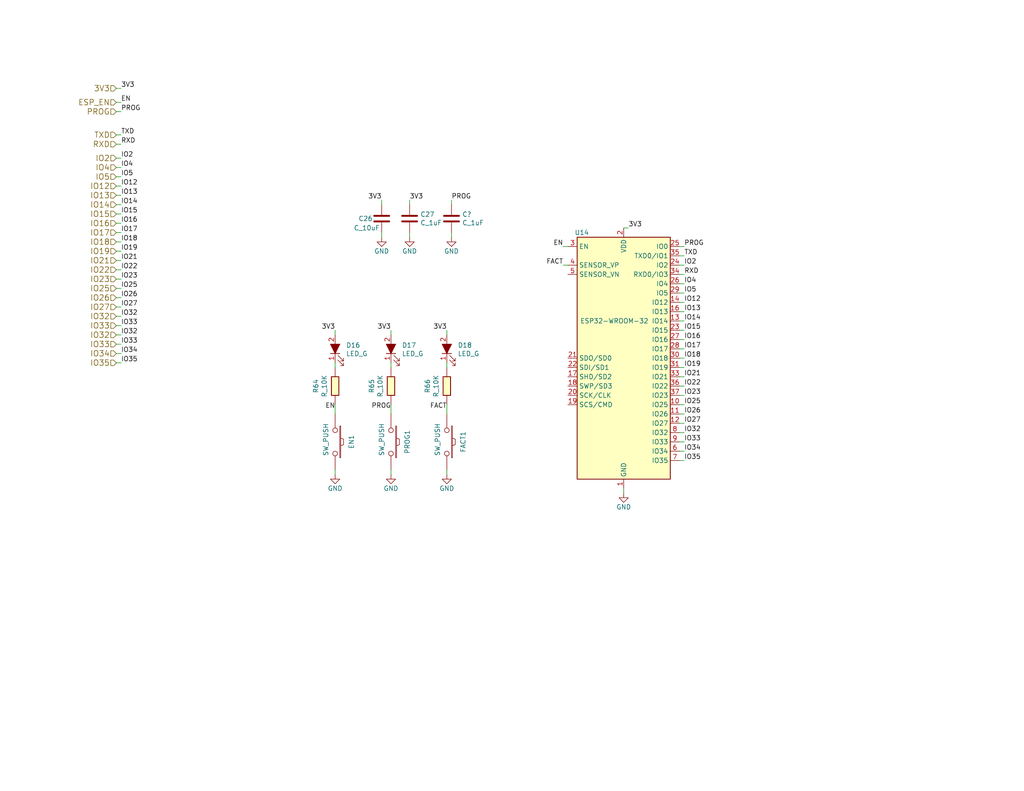
<source format=kicad_sch>
(kicad_sch (version 20211123) (generator eeschema)
  (paper "USLetter")
  (lib_symbols
    (symbol "Open_Automation:C_10uF" (pin_numbers hide) (pin_names (offset 0.254))
      (property "Reference" "C" (at 0.635 2.54 0))
      (property "Value" "Open_Automation_C_10uF" (at 1.27 -2.54 0))
      (symbol "C_10uF_0_1"
        (polyline (pts (xy -2.032 -0.762) (xy 2.032 -0.762)) (stroke (width 0.508)))
        (polyline (pts (xy -2.032 0.762) (xy 2.032 0.762)) (stroke (width 0.508)))
      )
      (symbol "C_10uF_1_1"
        (pin passive line (at 0 3.81 270) (length 2.794) (name "~") (number "1"))
        (pin passive line (at 0 -3.81 90) (length 2.794) (name "~") (number "2"))
      )
    )
    (symbol "Open_Automation:C_1uF" (pin_numbers hide) (pin_names (offset 0.254))
      (property "Reference" "C" (at 0.635 2.54 0))
      (property "Value" "Open_Automation_C_1uF" (at -5.715 -2.54 0))
      (symbol "C_1uF_0_1"
        (polyline (pts (xy -2.032 -0.762) (xy 2.032 -0.762)) (stroke (width 0.508)))
        (polyline (pts (xy -2.032 0.762) (xy 2.032 0.762)) (stroke (width 0.508)))
      )
      (symbol "C_1uF_1_1"
        (pin passive line (at 0 3.81 270) (length 2.794) (name "~") (number "1"))
        (pin passive line (at 0 -3.81 90) (length 2.794) (name "~") (number "2"))
      )
    )
    (symbol "Open_Automation:ESP32-WROOM-32"
      (property "Reference" "U" (at -12.7 34.29 0))
      (property "Value" "Open_Automation_ESP32-WROOM-32" (at 1.27 34.29 0))
      (symbol "ESP32-WROOM-32_0_1"
        (rectangle (start -12.7 33.02) (end 12.7 -33.02) (stroke (width 0.254)) (fill (type background)))
      )
      (symbol "ESP32-WROOM-32_1_1"
        (pin power_in line (at 0 -35.56 90) (length 2.54) (name "GND") (number "1"))
        (pin bidirectional line (at 15.24 -12.7 180) (length 2.54) (name "IO25") (number "10"))
        (pin bidirectional line (at 15.24 -15.24 180) (length 2.54) (name "IO26") (number "11"))
        (pin bidirectional line (at 15.24 -17.78 180) (length 2.54) (name "IO27") (number "12"))
        (pin bidirectional line (at 15.24 10.16 180) (length 2.54) (name "IO14") (number "13"))
        (pin bidirectional line (at 15.24 15.24 180) (length 2.54) (name "IO12") (number "14"))
        (pin passive line (at 0 -35.56 90) (length 2.54) hide (name "GND") (number "15"))
        (pin bidirectional line (at 15.24 12.7 180) (length 2.54) (name "IO13") (number "16"))
        (pin bidirectional line (at -15.24 -5.08 0) (length 2.54) (name "SHD/SD2") (number "17"))
        (pin bidirectional line (at -15.24 -7.62 0) (length 2.54) (name "SWP/SD3") (number "18"))
        (pin bidirectional line (at -15.24 -12.7 0) (length 2.54) (name "SCS/CMD") (number "19"))
        (pin power_in line (at 0 35.56 270) (length 2.54) (name "VDD") (number "2"))
        (pin bidirectional line (at -15.24 -10.16 0) (length 2.54) (name "SCK/CLK") (number "20"))
        (pin bidirectional line (at -15.24 0 0) (length 2.54) (name "SDO/SD0") (number "21"))
        (pin bidirectional line (at -15.24 -2.54 0) (length 2.54) (name "SDI/SD1") (number "22"))
        (pin bidirectional line (at 15.24 7.62 180) (length 2.54) (name "IO15") (number "23"))
        (pin bidirectional line (at 15.24 25.4 180) (length 2.54) (name "IO2") (number "24"))
        (pin bidirectional line (at 15.24 30.48 180) (length 2.54) (name "IO0") (number "25"))
        (pin bidirectional line (at 15.24 20.32 180) (length 2.54) (name "IO4") (number "26"))
        (pin bidirectional line (at 15.24 5.08 180) (length 2.54) (name "IO16") (number "27"))
        (pin bidirectional line (at 15.24 2.54 180) (length 2.54) (name "IO17") (number "28"))
        (pin bidirectional line (at 15.24 17.78 180) (length 2.54) (name "IO5") (number "29"))
        (pin input line (at -15.24 30.48 0) (length 2.54) (name "EN") (number "3"))
        (pin bidirectional line (at 15.24 0 180) (length 2.54) (name "IO18") (number "30"))
        (pin bidirectional line (at 15.24 -2.54 180) (length 2.54) (name "IO19") (number "31"))
        (pin no_connect line (at -12.7 -27.94 0) (length 2.54) hide (name "NC") (number "32"))
        (pin bidirectional line (at 15.24 -5.08 180) (length 2.54) (name "IO21") (number "33"))
        (pin bidirectional line (at 15.24 22.86 180) (length 2.54) (name "RXD0/IO3") (number "34"))
        (pin bidirectional line (at 15.24 27.94 180) (length 2.54) (name "TXD0/IO1") (number "35"))
        (pin bidirectional line (at 15.24 -7.62 180) (length 2.54) (name "IO22") (number "36"))
        (pin bidirectional line (at 15.24 -10.16 180) (length 2.54) (name "IO23") (number "37"))
        (pin passive line (at 0 -35.56 90) (length 2.54) hide (name "GND") (number "38"))
        (pin passive line (at 0 -35.56 90) (length 2.54) hide (name "GND") (number "39"))
        (pin input line (at -15.24 25.4 0) (length 2.54) (name "SENSOR_VP") (number "4"))
        (pin input line (at -15.24 22.86 0) (length 2.54) (name "SENSOR_VN") (number "5"))
        (pin input line (at 15.24 -25.4 180) (length 2.54) (name "IO34") (number "6"))
        (pin input line (at 15.24 -27.94 180) (length 2.54) (name "IO35") (number "7"))
        (pin bidirectional line (at 15.24 -20.32 180) (length 2.54) (name "IO32") (number "8"))
        (pin bidirectional line (at 15.24 -22.86 180) (length 2.54) (name "IO33") (number "9"))
      )
    )
    (symbol "Open_Automation:LED_G" (pin_names (offset 1.016) hide)
      (property "Reference" "D" (at 0 2.54 0))
      (property "Value" "Open_Automation_LED_G" (at 0 -2.54 0))
      (symbol "LED_G_0_1"
        (polyline (pts (xy -1.27 -1.27) (xy -1.27 1.27)) (stroke (width 0.2032)))
        (polyline (pts (xy 1.27 -1.27) (xy 1.27 1.27) (xy -1.27 0) (xy 1.27 -1.27)) (stroke (width 0.2032)) (fill (type outline)))
        (polyline (pts (xy -3.048 -0.762) (xy -4.572 -2.286) (xy -3.81 -2.286) (xy -4.572 -2.286) (xy -4.572 -1.524)))
        (polyline (pts (xy -1.778 -0.762) (xy -3.302 -2.286) (xy -2.54 -2.286) (xy -3.302 -2.286) (xy -3.302 -1.524)))
      )
      (symbol "LED_G_1_1"
        (pin passive line (at -3.81 0 0) (length 2.54) (name "K") (number "1"))
        (pin passive line (at 3.81 0 180) (length 2.54) (name "A") (number "2"))
      )
    )
    (symbol "Open_Automation:R_10K" (pin_numbers hide) (pin_names (offset 0))
      (property "Reference" "R" (at 0 0 90))
      (property "Value" "Open_Automation_R_10K" (at -1.905 0 90))
      (symbol "R_10K_0_1"
        (rectangle (start -1.016 -2.54) (end 1.016 2.54) (stroke (width 0.254)) (fill (type background)))
      )
      (symbol "R_10K_1_1"
        (pin passive line (at 0 -5.08 90) (length 2.54) (name "~") (number "1"))
        (pin passive line (at 0 5.08 270) (length 2.54) (name "~") (number "2"))
      )
    )
    (symbol "Open_Automation:SW_PUSH" (pin_numbers hide) (pin_names (offset 1.016) hide)
      (property "Reference" "SW" (at 3.81 2.794 0))
      (symbol "SW_PUSH_0_1"
        (rectangle (start -4.318 1.27) (end 4.318 1.524))
        (polyline (pts (xy -1.016 1.524) (xy -0.762 2.286) (xy 0.762 2.286) (xy 1.016 1.524)))
        (pin passive inverted (at -7.62 0 0) (length 5.08) (name "1") (number "1"))
        (pin passive inverted (at 7.62 0 180) (length 5.08) (name "2") (number "2"))
      )
    )
    (symbol "power:GND" (power) (pin_names (offset 0))
      (property "Value" "power_GND" (at 0 -3.81 0))
      (symbol "GND_0_1"
        (polyline (pts (xy 0 0) (xy 0 -1.27) (xy 1.27 -1.27) (xy 0 -2.54) (xy -1.27 -1.27) (xy 0 -1.27)))
      )
      (symbol "GND_1_1"
        (pin power_in line (at 0 0 270) (length 0) hide (name "GND") (number "1"))
      )
    )
  )
  (wire (pts (xy 33.02 43.18) (xy 31.75 43.18)))
  (wire (pts (xy 33.02 88.9) (xy 31.75 88.9)))
  (wire (pts (xy 106.68 110.49) (xy 106.68 113.03)))
  (wire (pts (xy 186.69 125.73) (xy 185.42 125.73)))
  (wire (pts (xy 185.42 95.25) (xy 186.69 95.25)))
  (wire (pts (xy 185.42 118.11) (xy 186.69 118.11)))
  (wire (pts (xy 91.44 100.33) (xy 91.44 99.06)))
  (wire (pts (xy 186.69 92.71) (xy 185.42 92.71)))
  (wire (pts (xy 106.68 90.17) (xy 106.68 91.44)))
  (wire (pts (xy 153.67 67.31) (xy 154.94 67.31)))
  (wire (pts (xy 186.69 113.03) (xy 185.42 113.03)))
  (wire (pts (xy 186.69 110.49) (xy 185.42 110.49)))
  (wire (pts (xy 171.45 62.23) (xy 170.18 62.23)))
  (wire (pts (xy 186.69 74.93) (xy 185.42 74.93)))
  (wire (pts (xy 33.02 60.96) (xy 31.75 60.96)))
  (wire (pts (xy 91.44 110.49) (xy 91.44 113.03)))
  (wire (pts (xy 33.02 48.26) (xy 31.75 48.26)))
  (wire (pts (xy 33.02 66.04) (xy 31.75 66.04)))
  (wire (pts (xy 33.02 50.8) (xy 31.75 50.8)))
  (wire (pts (xy 185.42 90.17) (xy 186.69 90.17)))
  (wire (pts (xy 123.19 63.5) (xy 123.19 64.77)))
  (wire (pts (xy 185.42 123.19) (xy 186.69 123.19)))
  (wire (pts (xy 186.69 82.55) (xy 185.42 82.55)))
  (wire (pts (xy 33.02 91.44) (xy 31.75 91.44)))
  (wire (pts (xy 33.02 58.42) (xy 31.75 58.42)))
  (wire (pts (xy 106.68 99.06) (xy 106.68 100.33)))
  (wire (pts (xy 186.69 97.79) (xy 185.42 97.79)))
  (wire (pts (xy 33.02 96.52) (xy 31.75 96.52)))
  (wire (pts (xy 33.02 73.66) (xy 31.75 73.66)))
  (wire (pts (xy 185.42 69.85) (xy 186.69 69.85)))
  (wire (pts (xy 186.69 85.09) (xy 185.42 85.09)))
  (wire (pts (xy 186.69 72.39) (xy 185.42 72.39)))
  (wire (pts (xy 121.92 110.49) (xy 121.92 113.03)))
  (wire (pts (xy 33.02 39.37) (xy 31.75 39.37)))
  (wire (pts (xy 153.67 72.39) (xy 154.94 72.39)))
  (wire (pts (xy 33.02 78.74) (xy 31.75 78.74)))
  (wire (pts (xy 104.14 64.77) (xy 104.14 63.5)))
  (wire (pts (xy 186.69 105.41) (xy 185.42 105.41)))
  (wire (pts (xy 186.69 77.47) (xy 185.42 77.47)))
  (wire (pts (xy 186.69 67.31) (xy 185.42 67.31)))
  (wire (pts (xy 33.02 93.98) (xy 31.75 93.98)))
  (wire (pts (xy 121.92 99.06) (xy 121.92 100.33)))
  (wire (pts (xy 186.69 87.63) (xy 185.42 87.63)))
  (wire (pts (xy 33.02 63.5) (xy 31.75 63.5)))
  (wire (pts (xy 121.92 129.54) (xy 121.92 128.27)))
  (wire (pts (xy 33.02 71.12) (xy 31.75 71.12)))
  (wire (pts (xy 104.14 55.88) (xy 104.14 54.61)))
  (wire (pts (xy 33.02 68.58) (xy 31.75 68.58)))
  (wire (pts (xy 121.92 90.17) (xy 121.92 91.44)))
  (wire (pts (xy 170.18 133.35) (xy 170.18 134.62)))
  (wire (pts (xy 33.02 27.94) (xy 31.75 27.94)))
  (wire (pts (xy 186.69 107.95) (xy 185.42 107.95)))
  (wire (pts (xy 186.69 115.57) (xy 185.42 115.57)))
  (wire (pts (xy 33.02 36.83) (xy 31.75 36.83)))
  (wire (pts (xy 33.02 83.82) (xy 31.75 83.82)))
  (wire (pts (xy 186.69 102.87) (xy 185.42 102.87)))
  (wire (pts (xy 123.19 54.61) (xy 123.19 55.88)))
  (wire (pts (xy 33.02 30.48) (xy 31.75 30.48)))
  (wire (pts (xy 91.44 90.17) (xy 91.44 91.44)))
  (wire (pts (xy 33.02 76.2) (xy 31.75 76.2)))
  (wire (pts (xy 185.42 100.33) (xy 186.69 100.33)))
  (wire (pts (xy 186.69 120.65) (xy 185.42 120.65)))
  (wire (pts (xy 111.76 54.61) (xy 111.76 55.88)))
  (wire (pts (xy 33.02 99.06) (xy 31.75 99.06)))
  (wire (pts (xy 33.02 55.88) (xy 31.75 55.88)))
  (wire (pts (xy 33.02 24.13) (xy 31.75 24.13)))
  (wire (pts (xy 106.68 129.54) (xy 106.68 128.27)))
  (wire (pts (xy 186.69 80.01) (xy 185.42 80.01)))
  (wire (pts (xy 111.76 63.5) (xy 111.76 64.77)))
  (wire (pts (xy 33.02 45.72) (xy 31.75 45.72)))
  (wire (pts (xy 33.02 81.28) (xy 31.75 81.28)))
  (wire (pts (xy 33.02 86.36) (xy 31.75 86.36)))
  (wire (pts (xy 91.44 129.54) (xy 91.44 128.27)))
  (wire (pts (xy 33.02 53.34) (xy 31.75 53.34)))
  (label "PROG" (at 123.19 54.61 0))
  (label "FACT" (at 121.92 111.76 180))
  (label "IO15" (at 33.02 58.42 0))
  (label "EN" (at 91.44 111.76 180))
  (label "IO19" (at 33.02 68.58 0))
  (label "IO5" (at 33.02 48.26 0))
  (label "IO23" (at 186.69 107.95 0))
  (label "IO2" (at 186.69 72.39 0))
  (label "IO27" (at 33.02 83.82 0))
  (label "3V3" (at 111.76 54.61 0))
  (label "IO13" (at 33.02 53.34 0))
  (label "PROG" (at 33.02 30.48 0))
  (label "3V3" (at 106.68 90.17 180))
  (label "IO32" (at 186.69 118.11 0))
  (label "IO26" (at 186.69 113.03 0))
  (label "IO17" (at 186.69 95.25 0))
  (label "IO35" (at 33.02 99.06 0))
  (label "3V3" (at 33.02 24.13 0))
  (label "RXD" (at 186.69 74.93 0))
  (label "EN" (at 153.67 67.31 180))
  (label "IO4" (at 186.69 77.47 0))
  (label "IO12" (at 33.02 50.8 0))
  (label "IO22" (at 186.69 105.41 0))
  (label "IO32" (at 33.02 91.44 0))
  (label "IO26" (at 33.02 81.28 0))
  (label "IO16" (at 33.02 60.96 0))
  (label "IO2" (at 33.02 43.18 0))
  (label "IO14" (at 186.69 87.63 0))
  (label "PROG" (at 106.68 111.76 180))
  (label "IO34" (at 33.02 96.52 0))
  (label "RXD" (at 33.02 39.37 0))
  (label "IO19" (at 186.69 100.33 0))
  (label "IO35" (at 186.69 125.73 0))
  (label "IO21" (at 186.69 102.87 0))
  (label "IO33" (at 33.02 93.98 0))
  (label "3V3" (at 104.14 54.61 180))
  (label "IO18" (at 33.02 66.04 0))
  (label "IO25" (at 186.69 110.49 0))
  (label "3V3" (at 171.45 62.23 0))
  (label "IO33" (at 33.02 88.9 0))
  (label "IO32" (at 33.02 86.36 0))
  (label "IO4" (at 33.02 45.72 0))
  (label "EN" (at 33.02 27.94 0))
  (label "IO27" (at 186.69 115.57 0))
  (label "IO22" (at 33.02 73.66 0))
  (label "IO17" (at 33.02 63.5 0))
  (label "IO33" (at 186.69 120.65 0))
  (label "IO23" (at 33.02 76.2 0))
  (label "IO12" (at 186.69 82.55 0))
  (label "IO13" (at 186.69 85.09 0))
  (label "FACT" (at 153.67 72.39 180))
  (label "TXD" (at 186.69 69.85 0))
  (label "IO14" (at 33.02 55.88 0))
  (label "TXD" (at 33.02 36.83 0))
  (label "IO34" (at 186.69 123.19 0))
  (label "IO16" (at 186.69 92.71 0))
  (label "IO5" (at 186.69 80.01 0))
  (label "IO21" (at 33.02 71.12 0))
  (label "3V3" (at 121.92 90.17 180))
  (label "IO18" (at 186.69 97.79 0))
  (label "3V3" (at 91.44 90.17 180))
  (label "PROG" (at 186.69 67.31 0))
  (label "IO25" (at 33.02 78.74 0))
  (label "IO15" (at 186.69 90.17 0))
  (hierarchical_label "IO4" (shape input) (at 31.75 45.72 180) (effects (font (size 1.524 1.524))))
  (hierarchical_label "IO16" (shape input) (at 31.75 60.96 180) (effects (font (size 1.524 1.524))))
  (hierarchical_label "3V3" (shape input) (at 31.75 24.13 180) (effects (font (size 1.524 1.524))))
  (hierarchical_label "IO13" (shape input) (at 31.75 53.34 180) (effects (font (size 1.524 1.524))))
  (hierarchical_label "IO19" (shape input) (at 31.75 68.58 180) (effects (font (size 1.524 1.524))))
  (hierarchical_label "PROG" (shape input) (at 31.75 30.48 180) (effects (font (size 1.524 1.524))))
  (hierarchical_label "IO25" (shape input) (at 31.75 78.74 180) (effects (font (size 1.524 1.524))))
  (hierarchical_label "IO14" (shape input) (at 31.75 55.88 180) (effects (font (size 1.524 1.524))))
  (hierarchical_label "IO33" (shape input) (at 31.75 88.9 180) (effects (font (size 1.524 1.524))))
  (hierarchical_label "IO15" (shape input) (at 31.75 58.42 180) (effects (font (size 1.524 1.524))))
  (hierarchical_label "IO26" (shape input) (at 31.75 81.28 180) (effects (font (size 1.524 1.524))))
  (hierarchical_label "IO2" (shape input) (at 31.75 43.18 180) (effects (font (size 1.524 1.524))))
  (hierarchical_label "IO5" (shape input) (at 31.75 48.26 180) (effects (font (size 1.524 1.524))))
  (hierarchical_label "RXD" (shape input) (at 31.75 39.37 180) (effects (font (size 1.524 1.524))))
  (hierarchical_label "IO17" (shape input) (at 31.75 63.5 180) (effects (font (size 1.524 1.524))))
  (hierarchical_label "IO32" (shape input) (at 31.75 91.44 180) (effects (font (size 1.524 1.524))))
  (hierarchical_label "IO33" (shape input) (at 31.75 93.98 180) (effects (font (size 1.524 1.524))))
  (hierarchical_label "IO18" (shape input) (at 31.75 66.04 180) (effects (font (size 1.524 1.524))))
  (hierarchical_label "TXD" (shape input) (at 31.75 36.83 180) (effects (font (size 1.524 1.524))))
  (hierarchical_label "IO32" (shape input) (at 31.75 86.36 180) (effects (font (size 1.524 1.524))))
  (hierarchical_label "IO12" (shape input) (at 31.75 50.8 180) (effects (font (size 1.524 1.524))))
  (hierarchical_label "IO23" (shape input) (at 31.75 76.2 180) (effects (font (size 1.524 1.524))))
  (hierarchical_label "IO34" (shape input) (at 31.75 96.52 180) (effects (font (size 1.524 1.524))))
  (hierarchical_label "IO21" (shape input) (at 31.75 71.12 180) (effects (font (size 1.524 1.524))))
  (hierarchical_label "IO35" (shape input) (at 31.75 99.06 180) (effects (font (size 1.524 1.524))))
  (hierarchical_label "IO27" (shape input) (at 31.75 83.82 180) (effects (font (size 1.524 1.524))))
  (hierarchical_label "IO22" (shape input) (at 31.75 73.66 180) (effects (font (size 1.524 1.524))))
  (hierarchical_label "ESP_EN" (shape input) (at 31.75 27.94 180) (effects (font (size 1.524 1.524))))
  (symbol (lib_id "Open_Automation:C_10uF") (at 104.14 59.69 0) (unit 1)
    (property "Reference" "C26" (at 97.79 59.69 0) (effects (justify left)))
    (property "Value" "C_10uF" (at 96.52 62.23 0) (effects (justify left)))
    (property "Footprint" "Capacitor_SMD:C_0603_1608Metric_Pad1.08x0.95mm_HandSolder" (effects hide))
    (property "Datasheet" "https://datasheet.lcsc.com/szlcsc/Samsung-Electro-Mechanics-CL10A106MA8NRNC_C96446.pdf" (effects hide))
    (property "Part Number" "CL10A106MA8NRNC" (effects hide))
    (property "LCSC" "C96446" (effects hide))
  )
  (symbol (lib_id "Open_Automation:LED_G") (at 91.44 95.25 90) (unit 1)
    (property "Reference" "D16" (at 94.4118 94.2594 90) (effects (justify right)))
    (property "Value" "LED_G" (at 94.4118 96.5708 90) (effects (justify right)))
    (property "Footprint" "Diode_SMD:D_0603_1608Metric_Pad1.05x0.95mm_HandSolder" (effects hide))
    (property "Datasheet" "https://datasheet.lcsc.com/szlcsc/Everlight-Elec-19-217-BHC-ZL1M2RY-3T_C72041.pdf" (effects hide))
    (property "Part Number" "19-217/BHC-ZL1M2RY/3T" (effects hide))
    (property "LCSC" "C72041" (effects hide))
  )
  (symbol (lib_id "Open_Automation:LED_G") (at 106.68 95.25 90) (unit 1)
    (property "Reference" "D17" (at 109.6518 94.2594 90) (effects (justify right)))
    (property "Value" "LED_G" (at 109.6518 96.5708 90) (effects (justify right)))
    (property "Footprint" "Diode_SMD:D_0603_1608Metric_Pad1.05x0.95mm_HandSolder" (effects hide))
    (property "Datasheet" "https://datasheet.lcsc.com/szlcsc/Everlight-Elec-19-217-BHC-ZL1M2RY-3T_C72041.pdf" (effects hide))
    (property "Part Number" "19-217/BHC-ZL1M2RY/3T" (effects hide))
    (property "LCSC" "C72041" (effects hide))
  )
  (symbol (lib_id "Open_Automation:R_10K") (at 106.68 105.41 0) (unit 1)
    (property "Reference" "R65" (at 101.4222 105.41 90))
    (property "Value" "R_10K" (at 103.7336 105.41 90))
    (property "Footprint" "Resistor_SMD:R_0603_1608Metric_Pad0.98x0.95mm_HandSolder" (effects hide))
    (property "Datasheet" "https://datasheet.lcsc.com/szlcsc/Uniroyal-Elec-0603WAF1002T5E_C25804.pdf" (effects hide))
    (property "Part Number" "0603WAF1002T5E" (effects hide))
    (property "LCSC" "C25804" (effects hide))
  )
  (symbol (lib_id "Open_Automation:R_10K") (at 91.44 105.41 0) (unit 1)
    (property "Reference" "R64" (at 86.1822 105.41 90))
    (property "Value" "R_10K" (at 88.4936 105.41 90))
    (property "Footprint" "Resistor_SMD:R_0603_1608Metric_Pad0.98x0.95mm_HandSolder" (effects hide))
    (property "Datasheet" "https://datasheet.lcsc.com/szlcsc/Uniroyal-Elec-0603WAF1002T5E_C25804.pdf" (effects hide))
    (property "Part Number" "0603WAF1002T5E" (effects hide))
    (property "LCSC" "C25804" (effects hide))
  )
  (symbol (lib_id "Open_Automation:SW_PUSH") (at 106.68 120.65 270) (unit 1)
    (property "Reference" "PROG1" (at 111.125 120.65 0))
    (property "Value" "SW_PUSH" (at 104.14 120.015 0))
    (property "Footprint" "Button_Switch_SMD:SW_SPST_PTS645" (effects hide))
    (property "Datasheet" "https://datasheet.lcsc.com/szlcsc/1811082113_Korean-Hroparts-Elec-K2-1102SP-C4SC-04_C127509.pdf" (effects hide))
    (property "Part Number" "K2-1102SP-C4SC-04" (effects hide))
    (property "LCSC" "C127509" (effects hide))
  )
  (symbol (lib_id "Open_Automation:SW_PUSH") (at 91.44 120.65 270) (unit 1)
    (property "Reference" "EN1" (at 95.885 120.65 0))
    (property "Value" "SW_PUSH" (at 88.9 120.015 0))
    (property "Footprint" "Button_Switch_SMD:SW_SPST_PTS645" (effects hide))
    (property "Datasheet" "https://datasheet.lcsc.com/szlcsc/1811082113_Korean-Hroparts-Elec-K2-1102SP-C4SC-04_C127509.pdf" (effects hide))
    (property "Part Number" "K2-1102SP-C4SC-04" (effects hide))
    (property "LCSC" "C127509" (effects hide))
  )
  (symbol (lib_id "power:GND") (at 111.76 64.77 0) (unit 1)
    (property "Reference" "#PWR0102" (effects hide))
    (property "Value" "GND" (at 111.76 68.58 0))
  )
  (symbol (lib_id "power:GND") (at 104.14 64.77 0) (unit 1)
    (property "Reference" "#PWR0100" (effects hide))
    (property "Value" "GND" (at 104.14 68.58 0))
  )
  (symbol (lib_id "Open_Automation:SW_PUSH") (at 121.92 120.65 270) (unit 1)
    (property "Reference" "FACT1" (at 126.365 120.65 0))
    (property "Value" "SW_PUSH" (at 119.38 120.015 0))
    (property "Footprint" "Button_Switch_SMD:SW_SPST_PTS645" (effects hide))
    (property "Datasheet" "https://datasheet.lcsc.com/szlcsc/1811082113_Korean-Hroparts-Elec-K2-1102SP-C4SC-04_C127509.pdf" (effects hide))
    (property "Part Number" "K2-1102SP-C4SC-04" (effects hide))
    (property "LCSC" "C127509" (effects hide))
  )
  (symbol (lib_id "Open_Automation:R_10K") (at 121.92 105.41 0) (unit 1)
    (property "Reference" "R66" (at 116.6622 105.41 90))
    (property "Value" "R_10K" (at 118.9736 105.41 90))
    (property "Footprint" "Resistor_SMD:R_0603_1608Metric_Pad0.98x0.95mm_HandSolder" (effects hide))
    (property "Datasheet" "https://datasheet.lcsc.com/szlcsc/Uniroyal-Elec-0603WAF1002T5E_C25804.pdf" (effects hide))
    (property "Part Number" "0603WAF1002T5E" (effects hide))
    (property "LCSC" "C25804" (effects hide))
  )
  (symbol (lib_id "Open_Automation:LED_G") (at 121.92 95.25 90) (unit 1)
    (property "Reference" "D18" (at 124.8918 94.2594 90) (effects (justify right)))
    (property "Value" "LED_G" (at 124.8918 96.5708 90) (effects (justify right)))
    (property "Footprint" "Diode_SMD:D_0603_1608Metric_Pad1.05x0.95mm_HandSolder" (effects hide))
    (property "Datasheet" "https://datasheet.lcsc.com/szlcsc/Everlight-Elec-19-217-BHC-ZL1M2RY-3T_C72041.pdf" (effects hide))
    (property "Part Number" "19-217/BHC-ZL1M2RY/3T" (effects hide))
    (property "LCSC" "C72041" (effects hide))
  )
  (symbol (lib_id "power:GND") (at 121.92 129.54 0) (unit 1)
    (property "Reference" "#PWR0103" (effects hide))
    (property "Value" "GND" (at 121.92 133.35 0))
  )
  (symbol (lib_id "Open_Automation:ESP32-WROOM-32") (at 170.18 97.79 0) (unit 1)
    (property "Reference" "U14" (at 158.75 63.5 0))
    (property "Value" "ESP32-WROOM-32" (at 167.64 87.63 0))
    (property "Footprint" "RF_Module:ESP32-WROOM-32" (effects hide))
    (property "Datasheet" "https://datasheet.lcsc.com/szlcsc/2007061615_Espressif-Systems-ESP32-WROOM-32_C82899.pdf" (effects hide))
    (property "LCSC" "C82899" (effects hide))
  )
  (symbol (lib_id "power:GND") (at 170.18 134.62 0) (unit 1)
    (property "Reference" "#PWR0104" (effects hide))
    (property "Value" "GND" (at 170.18 138.43 0))
  )
  (symbol (lib_id "power:GND") (at 91.44 129.54 0) (unit 1)
    (property "Reference" "#PWR099" (effects hide))
    (property "Value" "GND" (at 91.44 133.35 0))
  )
  (symbol (lib_id "power:GND") (at 106.68 129.54 0) (unit 1)
    (property "Reference" "#PWR0101" (effects hide))
    (property "Value" "GND" (at 106.68 133.35 0))
  )
  (symbol (lib_id "Open_Automation:C_1uF") (at 111.76 59.69 0) (unit 1)
    (property "Reference" "C27" (at 114.681 58.5216 0) (effects (justify left)))
    (property "Value" "C_1uF" (at 114.681 60.833 0) (effects (justify left)))
    (property "Footprint" "Capacitor_SMD:C_0603_1608Metric_Pad1.08x0.95mm_HandSolder" (effects hide))
    (property "Datasheet" "https://datasheet.lcsc.com/szlcsc/Samsung-Electro-Mechanics-CL05A105KA5NQNC_C52923.pdf" (effects hide))
    (property "LCSC" "C52923" (effects hide))
    (property "Part Number" "CL05A105KA5NQNC" (effects hide))
  )
  (symbol (lib_id "power:GND") (at 123.19 64.77 0) (unit 1)
    (property "Reference" "#PWR?" (effects hide))
    (property "Value" "GND" (at 123.19 68.58 0))
  )
  (symbol (lib_id "Open_Automation:C_1uF") (at 123.19 59.69 0) (unit 1)
    (property "Reference" "C?" (at 126.111 58.5216 0) (effects (justify left)))
    (property "Value" "C_1uF" (at 126.111 60.833 0) (effects (justify left)))
    (property "Footprint" "Capacitor_SMD:C_0603_1608Metric_Pad1.08x0.95mm_HandSolder" (effects hide))
    (property "Datasheet" "https://datasheet.lcsc.com/szlcsc/Samsung-Electro-Mechanics-CL05A105KA5NQNC_C52923.pdf" (effects hide))
    (property "LCSC" "C52923" (effects hide))
    (property "Part Number" "CL05A105KA5NQNC" (effects hide))
  )
)
</source>
